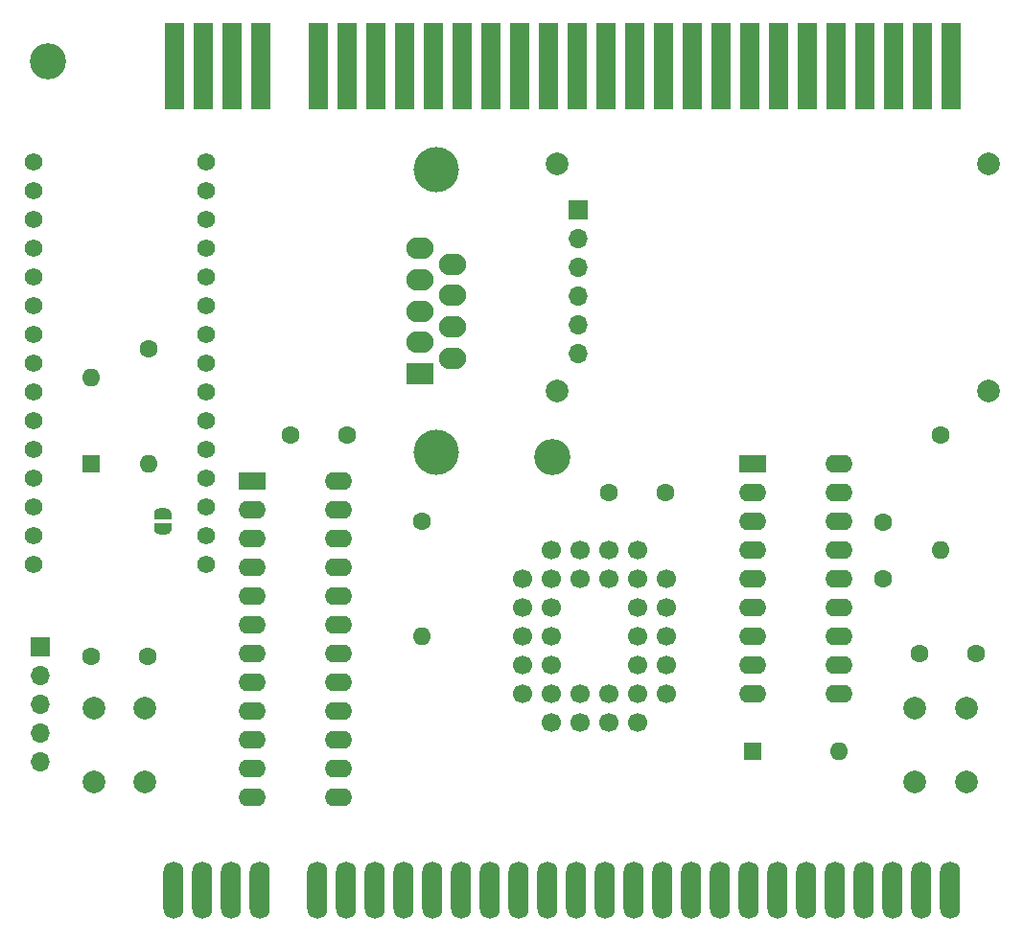
<source format=gbr>
%TF.GenerationSoftware,KiCad,Pcbnew,5.99.0-unknown-2f00a2ada~93~ubuntu20.04.1*%
%TF.CreationDate,2020-11-27T20:22:37+01:00*%
%TF.ProjectId,ZX Dandanator Mini 2.1b,5a582044-616e-4646-916e-61746f72204d,rev?*%
%TF.SameCoordinates,PX6a2f1b0PY2a6a278*%
%TF.FileFunction,Soldermask,Bot*%
%TF.FilePolarity,Negative*%
%FSLAX46Y46*%
G04 Gerber Fmt 4.6, Leading zero omitted, Abs format (unit mm)*
G04 Created by KiCad (PCBNEW 5.99.0-unknown-2f00a2ada~93~ubuntu20.04.1) date 2020-11-27 20:22:37*
%MOMM*%
%LPD*%
G01*
G04 APERTURE LIST*
%ADD10C,1.600000*%
%ADD11R,2.400000X1.600000*%
%ADD12O,2.400000X1.600000*%
%ADD13C,1.998980*%
%ADD14O,1.600000X1.600000*%
%ADD15O,1.778000X5.080000*%
%ADD16R,1.778000X7.620000*%
%ADD17C,1.699260*%
%ADD18R,1.600000X1.600000*%
%ADD19C,2.000000*%
%ADD20C,4.000000*%
%ADD21R,2.400000X1.900000*%
%ADD22O,2.400000X1.900000*%
%ADD23R,1.700000X1.700000*%
%ADD24O,1.700000X1.700000*%
%ADD25C,1.574800*%
%ADD26C,3.200000*%
G04 APERTURE END LIST*
D10*
%TO.C,C1*%
X77560000Y-49530000D03*
X77560000Y-44530000D03*
%TD*%
%TO.C,C2*%
X7620000Y-56381000D03*
X12620000Y-56381000D03*
%TD*%
%TO.C,C3*%
X80790000Y-56095000D03*
X85790000Y-56095000D03*
%TD*%
%TO.C,C4*%
X53340000Y-41910000D03*
X58340000Y-41910000D03*
%TD*%
%TO.C,C5*%
X30226000Y-36830000D03*
X25226000Y-36830000D03*
%TD*%
D11*
%TO.C,U1*%
X66040000Y-39370000D03*
D12*
X66040000Y-41910000D03*
X66040000Y-44450000D03*
X66040000Y-46990000D03*
X66040000Y-49530000D03*
X66040000Y-52070000D03*
X66040000Y-54610000D03*
X66040000Y-57150000D03*
X66040000Y-59690000D03*
X73660000Y-59690000D03*
X73660000Y-57150000D03*
X73660000Y-54610000D03*
X73660000Y-52070000D03*
X73660000Y-49530000D03*
X73660000Y-46990000D03*
X73660000Y-44450000D03*
X73660000Y-41910000D03*
X73660000Y-39370000D03*
%TD*%
D13*
%TO.C,SW2*%
X80403560Y-60960000D03*
X84904440Y-67462400D03*
X80403560Y-67462400D03*
X84904440Y-60960000D03*
%TD*%
D10*
%TO.C,R2*%
X82654000Y-36830000D03*
D14*
X82654000Y-46990000D03*
%TD*%
D11*
%TO.C,U2*%
X21844000Y-40894000D03*
D12*
X21844000Y-43434000D03*
X21844000Y-45974000D03*
X21844000Y-48514000D03*
X21844000Y-51054000D03*
X21844000Y-53594000D03*
X21844000Y-56134000D03*
X21844000Y-58674000D03*
X21844000Y-61214000D03*
X21844000Y-63754000D03*
X21844000Y-66294000D03*
X21844000Y-68834000D03*
X29464000Y-68834000D03*
X29464000Y-66294000D03*
X29464000Y-63754000D03*
X29464000Y-61214000D03*
X29464000Y-58674000D03*
X29464000Y-56134000D03*
X29464000Y-53594000D03*
X29464000Y-51054000D03*
X29464000Y-48514000D03*
X29464000Y-45974000D03*
X29464000Y-43434000D03*
X29464000Y-40894000D03*
%TD*%
D15*
%TO.C,J1*%
X14907000Y-77000000D03*
X17447000Y-77000000D03*
X19987000Y-77000000D03*
X22527000Y-77000000D03*
X27607000Y-77000000D03*
X30147000Y-77000000D03*
X32687000Y-77000000D03*
X35227000Y-77000000D03*
X37767000Y-77000000D03*
X40307000Y-77000000D03*
X42847000Y-77000000D03*
X45387000Y-77000000D03*
X47927000Y-77000000D03*
X50467000Y-77000000D03*
X53007000Y-77000000D03*
X55547000Y-77000000D03*
X58087000Y-77000000D03*
X60627000Y-77000000D03*
X63167000Y-77000000D03*
X65707000Y-77000000D03*
X68247000Y-77000000D03*
X70787000Y-77000000D03*
X73327000Y-77000000D03*
X75867000Y-77000000D03*
X78407000Y-77000000D03*
X80947000Y-77000000D03*
X83487000Y-77000000D03*
%TD*%
D16*
%TO.C,J2*%
X15034000Y-4191000D03*
X17574000Y-4191000D03*
X20114000Y-4191000D03*
X22654000Y-4191000D03*
X27734000Y-4191000D03*
X30274000Y-4191000D03*
X32814000Y-4191000D03*
X35354000Y-4191000D03*
X37894000Y-4191000D03*
X40434000Y-4191000D03*
X42974000Y-4191000D03*
X45514000Y-4191000D03*
X48054000Y-4191000D03*
X50594000Y-4191000D03*
X53134000Y-4191000D03*
X55674000Y-4191000D03*
X58214000Y-4191000D03*
X60754000Y-4191000D03*
X63294000Y-4191000D03*
X65834000Y-4191000D03*
X68374000Y-4191000D03*
X70914000Y-4191000D03*
X73454000Y-4191000D03*
X75994000Y-4191000D03*
X78534000Y-4191000D03*
X81074000Y-4191000D03*
X83614000Y-4191000D03*
%TD*%
D10*
%TO.C,R1*%
X36830000Y-44450000D03*
D14*
X36830000Y-54610000D03*
%TD*%
D13*
%TO.C,SW1*%
X7909560Y-60960000D03*
X12410440Y-67462400D03*
X7909560Y-67462400D03*
X12410440Y-60960000D03*
%TD*%
D17*
%TO.C,U3*%
X53340000Y-49530000D03*
X50800000Y-46990000D03*
X50800000Y-49530000D03*
X48260000Y-46990000D03*
X45720000Y-49530000D03*
X48260000Y-49530000D03*
X45720000Y-52070000D03*
X48260000Y-52070000D03*
X45720000Y-54610000D03*
X48260000Y-54610000D03*
X45720000Y-57150000D03*
X48260000Y-57150000D03*
X45720000Y-59690000D03*
X48260000Y-62230000D03*
X48260000Y-59690000D03*
X50800000Y-62230000D03*
X50800000Y-59690000D03*
X53340000Y-62230000D03*
X53340000Y-59690000D03*
X55880000Y-62230000D03*
X58420000Y-59690000D03*
X55880000Y-59690000D03*
X58420000Y-57150000D03*
X55880000Y-57150000D03*
X58420000Y-54610000D03*
X55880000Y-54610000D03*
X58420000Y-52070000D03*
X55880000Y-52070000D03*
X58420000Y-49530000D03*
X55880000Y-46990000D03*
X55880000Y-49530000D03*
X53340000Y-46990000D03*
%TD*%
D18*
%TO.C,D1*%
X66040000Y-64770000D03*
D14*
X73660000Y-64770000D03*
%TD*%
D19*
%TO.C,H3*%
X48768000Y-32893000D03*
%TD*%
D18*
%TO.C,D2*%
X7620000Y-39370000D03*
D14*
X7620000Y-31750000D03*
%TD*%
D20*
%TO.C,DB1*%
X38123000Y-13360000D03*
X38123000Y-38360000D03*
D21*
X36703000Y-31400000D03*
D22*
X36703000Y-28630000D03*
X36703000Y-25860000D03*
X36703000Y-23090000D03*
X36703000Y-20320000D03*
X39543000Y-30015000D03*
X39543000Y-27245000D03*
X39543000Y-24475000D03*
X39543000Y-21705000D03*
%TD*%
D23*
%TO.C,J3*%
X50673000Y-16891000D03*
D24*
X50673000Y-19431000D03*
X50673000Y-21971000D03*
X50673000Y-24511000D03*
X50673000Y-27051000D03*
X50673000Y-29591000D03*
%TD*%
D25*
%TO.C,A1*%
X17780000Y-48260000D03*
X17780000Y-45720000D03*
X17780000Y-43180000D03*
X17780000Y-40640000D03*
X17780000Y-38100000D03*
X17780000Y-35560000D03*
X17780000Y-33020000D03*
X17780000Y-30480000D03*
X17780000Y-27940000D03*
X17780000Y-25400000D03*
X17780000Y-22860000D03*
X17780000Y-20320000D03*
X17780000Y-17780000D03*
X17780000Y-15240000D03*
X17780000Y-12700000D03*
X2540000Y-12700000D03*
X2540000Y-15240000D03*
X2540000Y-17780000D03*
X2540000Y-20320000D03*
X2540000Y-22860000D03*
X2540000Y-25400000D03*
X2540000Y-27940000D03*
X2540000Y-30480000D03*
X2540000Y-33020000D03*
X2540000Y-35560000D03*
X2540000Y-38100000D03*
X2540000Y-40640000D03*
X2540000Y-43180000D03*
X2540000Y-45720000D03*
X2540000Y-48260000D03*
%TD*%
D10*
%TO.C,R3*%
X12700000Y-29210000D03*
D14*
X12700000Y-39370000D03*
%TD*%
D19*
%TO.C,H5*%
X48768000Y-12827000D03*
%TD*%
%TO.C,H4*%
X86868000Y-32893000D03*
%TD*%
D26*
%TO.C,H2*%
X3810000Y-3810000D03*
%TD*%
%TO.C,H1*%
X48387000Y-38735000D03*
%TD*%
D19*
%TO.C,H6*%
X86868000Y-12827000D03*
%TD*%
D23*
%TO.C,J4*%
X3175000Y-55499000D03*
D24*
X3175000Y-58039000D03*
X3175000Y-60579000D03*
X3175000Y-63119000D03*
X3175000Y-65659000D03*
%TD*%
%TO.C,JP1*%
G36*
X13220000Y-44284999D02*
G01*
X13220000Y-43785000D01*
X13224967Y-43785000D01*
X13226432Y-43705059D01*
X13268707Y-43569744D01*
X13347263Y-43451734D01*
X13455782Y-43360514D01*
X13585541Y-43303419D01*
X13720001Y-43285836D01*
X13720001Y-43285000D01*
X14220000Y-43285001D01*
X14220000Y-43285837D01*
X14226109Y-43285038D01*
X14366186Y-43306849D01*
X14494511Y-43367097D01*
X14600769Y-43460941D01*
X14676417Y-43580836D01*
X14715374Y-43717143D01*
X14714959Y-43785000D01*
X14720000Y-43785000D01*
X14719999Y-44285000D01*
X13220000Y-44284999D01*
G37*
G36*
X14714959Y-45085000D02*
G01*
X14714508Y-45158905D01*
X14673889Y-45294726D01*
X14596781Y-45413688D01*
X14489384Y-45506226D01*
X14360332Y-45564903D01*
X14219999Y-45585000D01*
X13720000Y-45584999D01*
X13707784Y-45584850D01*
X13567983Y-45561330D01*
X13440404Y-45499518D01*
X13335300Y-45404383D01*
X13261123Y-45283573D01*
X13223834Y-45146800D01*
X13224967Y-45085000D01*
X13220000Y-45085000D01*
X13220001Y-44585000D01*
X14720000Y-44585001D01*
X14720000Y-45085000D01*
X14714959Y-45085000D01*
G37*
%TD*%
M02*

</source>
